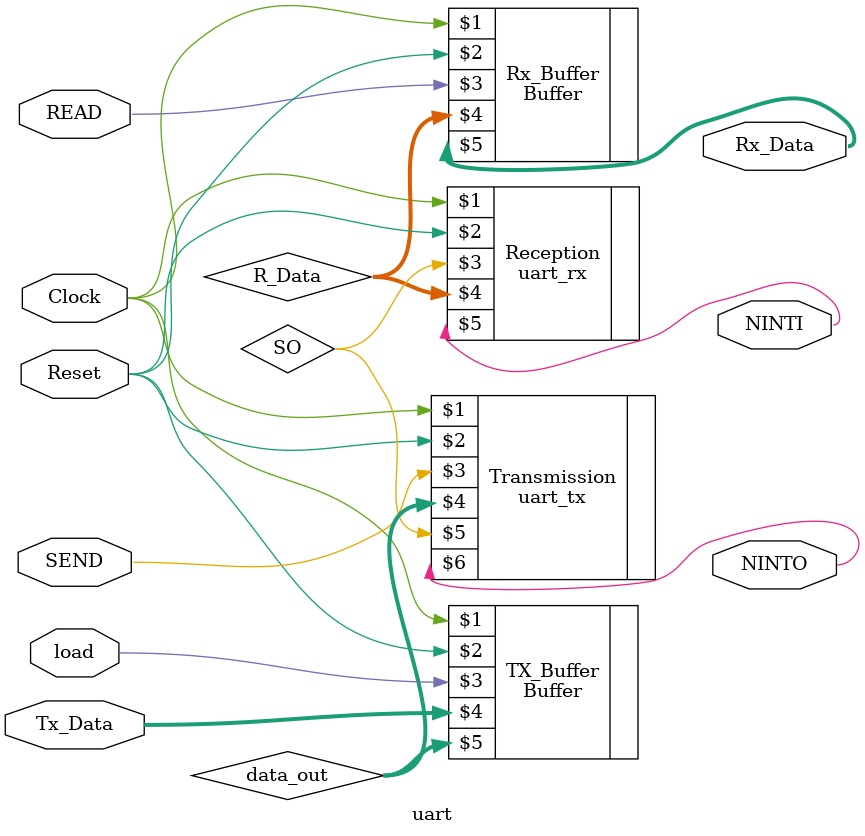
<source format=v>
module uart (Clock,
				Reset,
				load,
				SEND,
				READ,
				Tx_Data,
				NINTO,
				NINTI,
				Rx_Data);

input Clock,Reset,SEND,load,READ;
input [7:0] Tx_Data;
output [7:0] Rx_Data;
output NINTI,NINTO;

wire SO;
wire [7:0] data_out,R_Data;
	Buffer TX_Buffer (Clock,
							Reset,
							load,
							Tx_Data,
							data_out);
							
	uart_tx Transmission(Clock, 
								Reset, 
								SEND, 
								data_out, 
								SO, 
								NINTO); 
								
	uart_rx Reception(Clock,
							Reset,
							SO,
							R_Data, 
							NINTI);
							
	Buffer Rx_Buffer (Clock,
							Reset,
							READ,
							R_Data,
							Rx_Data);

endmodule
</source>
